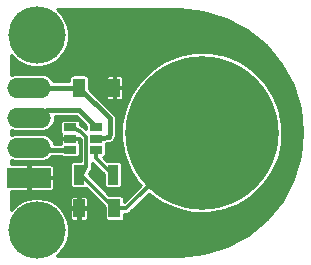
<source format=gbr>
G04 #@! TF.FileFunction,Copper,L1,Top,Signal*
%FSLAX46Y46*%
G04 Gerber Fmt 4.6, Leading zero omitted, Abs format (unit mm)*
G04 Created by KiCad (PCBNEW 4.0.2+dfsg1-stable) date ons 15 feb 2017 12:04:56 CET*
%MOMM*%
G01*
G04 APERTURE LIST*
%ADD10C,0.150000*%
%ADD11C,4.850000*%
%ADD12R,1.000000X1.600000*%
%ADD13R,0.900000X1.700000*%
%ADD14R,1.060000X0.650000*%
%ADD15R,3.700000X1.727200*%
%ADD16O,3.700000X1.727200*%
%ADD17C,13.000000*%
%ADD18C,0.350000*%
%ADD19C,0.400000*%
%ADD20C,0.270000*%
G04 APERTURE END LIST*
D10*
D11*
X2540000Y19050000D03*
D12*
X9120000Y4381500D03*
X6120000Y4381500D03*
X6120000Y14605000D03*
X9120000Y14605000D03*
D13*
X6106500Y7239000D03*
X9006500Y7239000D03*
D14*
X5377000Y11237000D03*
X5377000Y10287000D03*
X5377000Y9337000D03*
X7577000Y9337000D03*
X7577000Y11237000D03*
X7577000Y10287000D03*
D15*
X1905000Y6985000D03*
D16*
X1905000Y9525000D03*
X1905000Y12065000D03*
X1905000Y14605000D03*
D11*
X2540000Y2540000D03*
D17*
X16510000Y10795000D03*
D18*
X9120000Y4381500D02*
X10096500Y4381500D01*
X10096500Y4381500D02*
X16510000Y10795000D01*
X6106500Y7239000D02*
X6262500Y7239000D01*
X6262500Y7239000D02*
X9120000Y4381500D01*
X5377000Y11237000D02*
X6223000Y10922000D01*
X6748780Y7893502D02*
X6183500Y6921500D01*
X6731000Y10414000D02*
X6748780Y7893502D01*
X6223000Y10922000D02*
X6731000Y10414000D01*
D19*
X7577000Y10287000D02*
X8636000Y10414000D01*
X8737600Y11987400D02*
X6120000Y14605000D01*
X8763000Y10795000D02*
X8737600Y11987400D01*
X8636000Y10414000D02*
X8763000Y10795000D01*
X6120000Y14605000D02*
X1905000Y14605000D01*
X2921000Y9334500D02*
X5377000Y9337000D01*
X6096000Y12700000D02*
X3429000Y12700000D01*
X3429000Y12700000D02*
X1905000Y12065000D01*
X7577000Y11237000D02*
X6096000Y12700000D01*
D18*
X7577000Y9337000D02*
X7577000Y8605000D01*
X7577000Y8605000D02*
X9006500Y7239000D01*
D20*
G36*
X16630522Y21024646D02*
X18578899Y20436395D01*
X20375904Y19480912D01*
X21953101Y18194581D01*
X23250410Y16626404D01*
X24218419Y14836109D01*
X24820256Y12891887D01*
X25034804Y10850596D01*
X25034937Y10812214D01*
X24834646Y8769478D01*
X24246395Y6821101D01*
X23290910Y5024093D01*
X22004579Y3446897D01*
X20436404Y2149590D01*
X18646110Y1181581D01*
X16701887Y579744D01*
X14660606Y365196D01*
X14604299Y365000D01*
X4226561Y365000D01*
X4235075Y370403D01*
X4624203Y740964D01*
X4933944Y1180051D01*
X5152500Y1670937D01*
X5271548Y2194925D01*
X5280118Y2808671D01*
X5175748Y3335779D01*
X4970983Y3832576D01*
X4692485Y4251750D01*
X5377000Y4251750D01*
X5377000Y3557566D01*
X5386339Y3510619D01*
X5404656Y3466396D01*
X5431250Y3426596D01*
X5465097Y3392749D01*
X5504897Y3366156D01*
X5549120Y3347838D01*
X5596067Y3338500D01*
X5990250Y3338500D01*
X6051000Y3399250D01*
X6051000Y4312500D01*
X6189000Y4312500D01*
X6189000Y3399250D01*
X6249750Y3338500D01*
X6643933Y3338500D01*
X6690880Y3347838D01*
X6735103Y3366156D01*
X6774903Y3392749D01*
X6808750Y3426596D01*
X6835344Y3466396D01*
X6853661Y3510619D01*
X6863000Y3557566D01*
X6863000Y4251750D01*
X6802250Y4312500D01*
X6189000Y4312500D01*
X6051000Y4312500D01*
X5437750Y4312500D01*
X5377000Y4251750D01*
X4692485Y4251750D01*
X4673622Y4280140D01*
X4294993Y4661422D01*
X3849516Y4961899D01*
X3354161Y5170128D01*
X3182163Y5205434D01*
X5377000Y5205434D01*
X5377000Y4511250D01*
X5437750Y4450500D01*
X6051000Y4450500D01*
X6051000Y5363750D01*
X6189000Y5363750D01*
X6189000Y4450500D01*
X6802250Y4450500D01*
X6863000Y4511250D01*
X6863000Y5205434D01*
X6853661Y5252381D01*
X6835344Y5296604D01*
X6808750Y5336404D01*
X6774903Y5370251D01*
X6735103Y5396844D01*
X6690880Y5415162D01*
X6643933Y5424500D01*
X6249750Y5424500D01*
X6189000Y5363750D01*
X6051000Y5363750D01*
X5990250Y5424500D01*
X5596067Y5424500D01*
X5549120Y5415162D01*
X5504897Y5396844D01*
X5465097Y5370251D01*
X5431250Y5336404D01*
X5404656Y5296604D01*
X5386339Y5252381D01*
X5377000Y5205434D01*
X3182163Y5205434D01*
X2827794Y5278175D01*
X2290465Y5281927D01*
X1762641Y5181239D01*
X1264426Y4979947D01*
X814798Y4685718D01*
X430882Y4309760D01*
X365000Y4213542D01*
X365000Y5878400D01*
X1775250Y5878400D01*
X1836000Y5939150D01*
X1836000Y6916000D01*
X1974000Y6916000D01*
X1974000Y5939150D01*
X2034750Y5878400D01*
X3778933Y5878400D01*
X3825880Y5887738D01*
X3870103Y5906056D01*
X3909903Y5932649D01*
X3943750Y5966496D01*
X3970344Y6006296D01*
X3988661Y6050519D01*
X3998000Y6097466D01*
X3998000Y6855250D01*
X3937250Y6916000D01*
X1974000Y6916000D01*
X1836000Y6916000D01*
X1816000Y6916000D01*
X1816000Y7054000D01*
X1836000Y7054000D01*
X1836000Y8030850D01*
X1974000Y8030850D01*
X1974000Y7054000D01*
X3937250Y7054000D01*
X3998000Y7114750D01*
X3998000Y7872534D01*
X3988661Y7919481D01*
X3970344Y7963704D01*
X3943750Y8003504D01*
X3909903Y8037351D01*
X3870103Y8063944D01*
X3825880Y8082262D01*
X3778933Y8091600D01*
X2034750Y8091600D01*
X1974000Y8030850D01*
X1836000Y8030850D01*
X1775250Y8091600D01*
X365000Y8091600D01*
X365000Y8485041D01*
X443824Y8441707D01*
X663079Y8372155D01*
X891668Y8346515D01*
X908124Y8346400D01*
X2901876Y8346400D01*
X3130801Y8368846D01*
X3351006Y8435330D01*
X3554103Y8543319D01*
X3732358Y8688700D01*
X3841340Y8820436D01*
X4597429Y8821206D01*
X4609832Y8802384D01*
X4677619Y8744610D01*
X4758819Y8708007D01*
X4847000Y8695476D01*
X5907000Y8695476D01*
X5957163Y8699476D01*
X6042244Y8725824D01*
X6116616Y8774832D01*
X6174390Y8842619D01*
X6210993Y8923819D01*
X6223524Y9012000D01*
X6223524Y9662000D01*
X6219524Y9712163D01*
X6193176Y9797244D01*
X6144168Y9871616D01*
X6135606Y9878914D01*
X6140661Y9891119D01*
X6150000Y9938066D01*
X6150000Y10157250D01*
X6089250Y10218000D01*
X5446000Y10218000D01*
X5446000Y10198000D01*
X5308000Y10198000D01*
X5308000Y10218000D01*
X4664750Y10218000D01*
X4604000Y10157250D01*
X4604000Y9938066D01*
X4613339Y9891119D01*
X4618959Y9877550D01*
X4596507Y9851206D01*
X4028761Y9850628D01*
X3994655Y9966511D01*
X3888086Y10170358D01*
X3743954Y10349623D01*
X3567746Y10497479D01*
X3366176Y10608293D01*
X3146921Y10677845D01*
X2918332Y10703485D01*
X2901876Y10703600D01*
X908124Y10703600D01*
X679199Y10681154D01*
X458994Y10614670D01*
X365000Y10564692D01*
X365000Y11025041D01*
X443824Y10981707D01*
X663079Y10912155D01*
X891668Y10886515D01*
X908124Y10886400D01*
X2901876Y10886400D01*
X3130801Y10908846D01*
X3351006Y10975330D01*
X3554103Y11083319D01*
X3732358Y11228700D01*
X3878980Y11405935D01*
X3988384Y11608274D01*
X4056403Y11828010D01*
X4080447Y12056772D01*
X4068778Y12185000D01*
X5884522Y12185000D01*
X6730476Y11349328D01*
X6730476Y11107488D01*
X6569482Y11268482D01*
X6564915Y11272234D01*
X6561052Y11276712D01*
X6527996Y11302559D01*
X6495585Y11329182D01*
X6490376Y11331975D01*
X6485717Y11335618D01*
X6448284Y11354545D01*
X6411305Y11374373D01*
X6405647Y11376103D01*
X6400374Y11378769D01*
X6393979Y11381202D01*
X6223524Y11444669D01*
X6223524Y11562000D01*
X6219524Y11612163D01*
X6193176Y11697244D01*
X6144168Y11771616D01*
X6076381Y11829390D01*
X5995181Y11865993D01*
X5907000Y11878524D01*
X4847000Y11878524D01*
X4796837Y11874524D01*
X4711756Y11848176D01*
X4637384Y11799168D01*
X4579610Y11731381D01*
X4543007Y11650181D01*
X4530476Y11562000D01*
X4530476Y10912000D01*
X4534476Y10861837D01*
X4560824Y10776756D01*
X4609832Y10702384D01*
X4618394Y10695086D01*
X4613339Y10682881D01*
X4604000Y10635934D01*
X4604000Y10416750D01*
X4664750Y10356000D01*
X5308000Y10356000D01*
X5308000Y10376000D01*
X5446000Y10376000D01*
X5446000Y10356000D01*
X6089250Y10356000D01*
X6092643Y10359393D01*
X6242429Y10209606D01*
X6255156Y8405524D01*
X5656500Y8405524D01*
X5606337Y8401524D01*
X5521256Y8375176D01*
X5446884Y8326168D01*
X5389110Y8258381D01*
X5352507Y8177181D01*
X5339976Y8089000D01*
X5339976Y6389000D01*
X5343976Y6338837D01*
X5370324Y6253756D01*
X5419332Y6179384D01*
X5487119Y6121610D01*
X5568319Y6085007D01*
X5656500Y6072476D01*
X6556500Y6072476D01*
X6606663Y6076476D01*
X6691744Y6102824D01*
X6700164Y6108372D01*
X8303476Y4505059D01*
X8303476Y3581500D01*
X8307476Y3531337D01*
X8333824Y3446256D01*
X8382832Y3371884D01*
X8450619Y3314110D01*
X8531819Y3277507D01*
X8620000Y3264976D01*
X9620000Y3264976D01*
X9670163Y3268976D01*
X9755244Y3295324D01*
X9829616Y3344332D01*
X9887390Y3412119D01*
X9923993Y3493319D01*
X9936524Y3581500D01*
X9936524Y3891500D01*
X10096500Y3891500D01*
X10141518Y3895914D01*
X10186636Y3899861D01*
X10189114Y3900581D01*
X10191675Y3900832D01*
X10234998Y3913912D01*
X10278470Y3926542D01*
X10280756Y3927727D01*
X10283224Y3928472D01*
X10323177Y3949715D01*
X10363373Y3970551D01*
X10365389Y3972161D01*
X10367662Y3973369D01*
X10402738Y4001976D01*
X10438111Y4030214D01*
X10441691Y4033745D01*
X10441771Y4033810D01*
X10441832Y4033884D01*
X10442982Y4035018D01*
X12030561Y5622597D01*
X12071691Y5580005D01*
X13169149Y4817251D01*
X14393859Y4282189D01*
X15699173Y3995197D01*
X17035370Y3967208D01*
X18351556Y4199287D01*
X19597598Y4682595D01*
X20726034Y5398722D01*
X21693883Y6320392D01*
X22464280Y7412498D01*
X23007879Y8633443D01*
X23303977Y9936721D01*
X23325292Y11463245D01*
X23065700Y12774283D01*
X22556403Y14009930D01*
X21816800Y15123121D01*
X20875064Y16071455D01*
X19767063Y16818811D01*
X18535001Y17336722D01*
X17225808Y17605461D01*
X15889350Y17614791D01*
X14576533Y17364358D01*
X13337360Y16863700D01*
X12219033Y16131887D01*
X11264147Y15196793D01*
X10509074Y14094037D01*
X9982574Y12865621D01*
X9704702Y11558336D01*
X9686042Y10221976D01*
X9927304Y8907442D01*
X10419299Y7664805D01*
X11143287Y6541396D01*
X11349692Y6327657D01*
X9936524Y4914488D01*
X9936524Y5181500D01*
X9932524Y5231663D01*
X9906176Y5316744D01*
X9857168Y5391116D01*
X9789381Y5448890D01*
X9708181Y5485493D01*
X9620000Y5498024D01*
X8696441Y5498024D01*
X6942515Y7251949D01*
X7172358Y7647165D01*
X7185492Y7675878D01*
X7200506Y7703651D01*
X7205338Y7719264D01*
X7212138Y7734130D01*
X7219446Y7764849D01*
X7228779Y7795008D01*
X7230486Y7811261D01*
X7234269Y7827164D01*
X7235470Y7858718D01*
X7238768Y7890117D01*
X7238768Y7896958D01*
X7236257Y8252889D01*
X7238475Y8250739D01*
X8239976Y7293726D01*
X8239976Y6389000D01*
X8243976Y6338837D01*
X8270324Y6253756D01*
X8319332Y6179384D01*
X8387119Y6121610D01*
X8468319Y6085007D01*
X8556500Y6072476D01*
X9456500Y6072476D01*
X9506663Y6076476D01*
X9591744Y6102824D01*
X9666116Y6151832D01*
X9723890Y6219619D01*
X9760493Y6300819D01*
X9773024Y6389000D01*
X9773024Y8089000D01*
X9769024Y8139163D01*
X9742676Y8224244D01*
X9693668Y8298616D01*
X9625881Y8356390D01*
X9544681Y8392993D01*
X9456500Y8405524D01*
X8556500Y8405524D01*
X8506337Y8401524D01*
X8500939Y8399852D01*
X8179989Y8706545D01*
X8242244Y8725824D01*
X8316616Y8774832D01*
X8374390Y8842619D01*
X8410993Y8923819D01*
X8423524Y9012000D01*
X8423524Y9662000D01*
X8419524Y9712163D01*
X8393176Y9797244D01*
X8383259Y9812294D01*
X8408375Y9868012D01*
X8697322Y9902664D01*
X8732083Y9910331D01*
X8767251Y9916005D01*
X8781079Y9921138D01*
X8795473Y9924313D01*
X8828096Y9938592D01*
X8861479Y9950984D01*
X8874039Y9958701D01*
X8887550Y9964614D01*
X8916779Y9984958D01*
X8947118Y10003597D01*
X8957945Y10013610D01*
X8970046Y10022033D01*
X8994761Y10047660D01*
X9020908Y10071843D01*
X9029584Y10083769D01*
X9039817Y10094380D01*
X9059083Y10124319D01*
X9080035Y10153121D01*
X9086230Y10166506D01*
X9094207Y10178903D01*
X9107295Y10212024D01*
X9122250Y10244337D01*
X9124572Y10251143D01*
X9251572Y10632142D01*
X9259214Y10665685D01*
X9268912Y10698678D01*
X9270353Y10714573D01*
X9273900Y10730142D01*
X9274881Y10764528D01*
X9277986Y10798778D01*
X9277883Y10805968D01*
X9252483Y11998368D01*
X9247480Y12040201D01*
X9243811Y12082135D01*
X9241522Y12090013D01*
X9240547Y12098167D01*
X9227515Y12138227D01*
X9215770Y12178655D01*
X9211994Y12185940D01*
X9209454Y12193747D01*
X9188892Y12230507D01*
X9169515Y12267889D01*
X9164395Y12274303D01*
X9160387Y12281468D01*
X9133077Y12313534D01*
X9106809Y12346440D01*
X9101760Y12351560D01*
X6978070Y14475250D01*
X8377000Y14475250D01*
X8377000Y13781066D01*
X8386339Y13734119D01*
X8404656Y13689896D01*
X8431250Y13650096D01*
X8465097Y13616249D01*
X8504897Y13589656D01*
X8549120Y13571338D01*
X8596067Y13562000D01*
X8990250Y13562000D01*
X9051000Y13622750D01*
X9051000Y14536000D01*
X9189000Y14536000D01*
X9189000Y13622750D01*
X9249750Y13562000D01*
X9643933Y13562000D01*
X9690880Y13571338D01*
X9735103Y13589656D01*
X9774903Y13616249D01*
X9808750Y13650096D01*
X9835344Y13689896D01*
X9853661Y13734119D01*
X9863000Y13781066D01*
X9863000Y14475250D01*
X9802250Y14536000D01*
X9189000Y14536000D01*
X9051000Y14536000D01*
X8437750Y14536000D01*
X8377000Y14475250D01*
X6978070Y14475250D01*
X6936524Y14516796D01*
X6936524Y15405000D01*
X6934616Y15428934D01*
X8377000Y15428934D01*
X8377000Y14734750D01*
X8437750Y14674000D01*
X9051000Y14674000D01*
X9051000Y15587250D01*
X9189000Y15587250D01*
X9189000Y14674000D01*
X9802250Y14674000D01*
X9863000Y14734750D01*
X9863000Y15428934D01*
X9853661Y15475881D01*
X9835344Y15520104D01*
X9808750Y15559904D01*
X9774903Y15593751D01*
X9735103Y15620344D01*
X9690880Y15638662D01*
X9643933Y15648000D01*
X9249750Y15648000D01*
X9189000Y15587250D01*
X9051000Y15587250D01*
X8990250Y15648000D01*
X8596067Y15648000D01*
X8549120Y15638662D01*
X8504897Y15620344D01*
X8465097Y15593751D01*
X8431250Y15559904D01*
X8404656Y15520104D01*
X8386339Y15475881D01*
X8377000Y15428934D01*
X6934616Y15428934D01*
X6932524Y15455163D01*
X6906176Y15540244D01*
X6857168Y15614616D01*
X6789381Y15672390D01*
X6708181Y15708993D01*
X6620000Y15721524D01*
X5620000Y15721524D01*
X5569837Y15717524D01*
X5484756Y15691176D01*
X5410384Y15642168D01*
X5352610Y15574381D01*
X5316007Y15493181D01*
X5303476Y15405000D01*
X5303476Y15120000D01*
X3956236Y15120000D01*
X3888086Y15250358D01*
X3743954Y15429623D01*
X3567746Y15577479D01*
X3366176Y15688293D01*
X3146921Y15757845D01*
X2918332Y15783485D01*
X2901876Y15783600D01*
X908124Y15783600D01*
X679199Y15761154D01*
X458994Y15694670D01*
X365000Y15644692D01*
X365000Y17366649D01*
X382290Y17339820D01*
X755559Y16953289D01*
X1196796Y16646620D01*
X1689196Y16431496D01*
X2214003Y16316110D01*
X2751227Y16304857D01*
X3280406Y16398165D01*
X3781382Y16592481D01*
X4235075Y16880403D01*
X4624203Y17250964D01*
X4933944Y17690051D01*
X5152500Y18180937D01*
X5271548Y18704925D01*
X5280118Y19318671D01*
X5175748Y19845779D01*
X4970983Y20342576D01*
X4673622Y20790140D01*
X4294993Y21171422D01*
X4215560Y21225000D01*
X14587148Y21225000D01*
X16630522Y21024646D01*
X16630522Y21024646D01*
G37*
X16630522Y21024646D02*
X18578899Y20436395D01*
X20375904Y19480912D01*
X21953101Y18194581D01*
X23250410Y16626404D01*
X24218419Y14836109D01*
X24820256Y12891887D01*
X25034804Y10850596D01*
X25034937Y10812214D01*
X24834646Y8769478D01*
X24246395Y6821101D01*
X23290910Y5024093D01*
X22004579Y3446897D01*
X20436404Y2149590D01*
X18646110Y1181581D01*
X16701887Y579744D01*
X14660606Y365196D01*
X14604299Y365000D01*
X4226561Y365000D01*
X4235075Y370403D01*
X4624203Y740964D01*
X4933944Y1180051D01*
X5152500Y1670937D01*
X5271548Y2194925D01*
X5280118Y2808671D01*
X5175748Y3335779D01*
X4970983Y3832576D01*
X4692485Y4251750D01*
X5377000Y4251750D01*
X5377000Y3557566D01*
X5386339Y3510619D01*
X5404656Y3466396D01*
X5431250Y3426596D01*
X5465097Y3392749D01*
X5504897Y3366156D01*
X5549120Y3347838D01*
X5596067Y3338500D01*
X5990250Y3338500D01*
X6051000Y3399250D01*
X6051000Y4312500D01*
X6189000Y4312500D01*
X6189000Y3399250D01*
X6249750Y3338500D01*
X6643933Y3338500D01*
X6690880Y3347838D01*
X6735103Y3366156D01*
X6774903Y3392749D01*
X6808750Y3426596D01*
X6835344Y3466396D01*
X6853661Y3510619D01*
X6863000Y3557566D01*
X6863000Y4251750D01*
X6802250Y4312500D01*
X6189000Y4312500D01*
X6051000Y4312500D01*
X5437750Y4312500D01*
X5377000Y4251750D01*
X4692485Y4251750D01*
X4673622Y4280140D01*
X4294993Y4661422D01*
X3849516Y4961899D01*
X3354161Y5170128D01*
X3182163Y5205434D01*
X5377000Y5205434D01*
X5377000Y4511250D01*
X5437750Y4450500D01*
X6051000Y4450500D01*
X6051000Y5363750D01*
X6189000Y5363750D01*
X6189000Y4450500D01*
X6802250Y4450500D01*
X6863000Y4511250D01*
X6863000Y5205434D01*
X6853661Y5252381D01*
X6835344Y5296604D01*
X6808750Y5336404D01*
X6774903Y5370251D01*
X6735103Y5396844D01*
X6690880Y5415162D01*
X6643933Y5424500D01*
X6249750Y5424500D01*
X6189000Y5363750D01*
X6051000Y5363750D01*
X5990250Y5424500D01*
X5596067Y5424500D01*
X5549120Y5415162D01*
X5504897Y5396844D01*
X5465097Y5370251D01*
X5431250Y5336404D01*
X5404656Y5296604D01*
X5386339Y5252381D01*
X5377000Y5205434D01*
X3182163Y5205434D01*
X2827794Y5278175D01*
X2290465Y5281927D01*
X1762641Y5181239D01*
X1264426Y4979947D01*
X814798Y4685718D01*
X430882Y4309760D01*
X365000Y4213542D01*
X365000Y5878400D01*
X1775250Y5878400D01*
X1836000Y5939150D01*
X1836000Y6916000D01*
X1974000Y6916000D01*
X1974000Y5939150D01*
X2034750Y5878400D01*
X3778933Y5878400D01*
X3825880Y5887738D01*
X3870103Y5906056D01*
X3909903Y5932649D01*
X3943750Y5966496D01*
X3970344Y6006296D01*
X3988661Y6050519D01*
X3998000Y6097466D01*
X3998000Y6855250D01*
X3937250Y6916000D01*
X1974000Y6916000D01*
X1836000Y6916000D01*
X1816000Y6916000D01*
X1816000Y7054000D01*
X1836000Y7054000D01*
X1836000Y8030850D01*
X1974000Y8030850D01*
X1974000Y7054000D01*
X3937250Y7054000D01*
X3998000Y7114750D01*
X3998000Y7872534D01*
X3988661Y7919481D01*
X3970344Y7963704D01*
X3943750Y8003504D01*
X3909903Y8037351D01*
X3870103Y8063944D01*
X3825880Y8082262D01*
X3778933Y8091600D01*
X2034750Y8091600D01*
X1974000Y8030850D01*
X1836000Y8030850D01*
X1775250Y8091600D01*
X365000Y8091600D01*
X365000Y8485041D01*
X443824Y8441707D01*
X663079Y8372155D01*
X891668Y8346515D01*
X908124Y8346400D01*
X2901876Y8346400D01*
X3130801Y8368846D01*
X3351006Y8435330D01*
X3554103Y8543319D01*
X3732358Y8688700D01*
X3841340Y8820436D01*
X4597429Y8821206D01*
X4609832Y8802384D01*
X4677619Y8744610D01*
X4758819Y8708007D01*
X4847000Y8695476D01*
X5907000Y8695476D01*
X5957163Y8699476D01*
X6042244Y8725824D01*
X6116616Y8774832D01*
X6174390Y8842619D01*
X6210993Y8923819D01*
X6223524Y9012000D01*
X6223524Y9662000D01*
X6219524Y9712163D01*
X6193176Y9797244D01*
X6144168Y9871616D01*
X6135606Y9878914D01*
X6140661Y9891119D01*
X6150000Y9938066D01*
X6150000Y10157250D01*
X6089250Y10218000D01*
X5446000Y10218000D01*
X5446000Y10198000D01*
X5308000Y10198000D01*
X5308000Y10218000D01*
X4664750Y10218000D01*
X4604000Y10157250D01*
X4604000Y9938066D01*
X4613339Y9891119D01*
X4618959Y9877550D01*
X4596507Y9851206D01*
X4028761Y9850628D01*
X3994655Y9966511D01*
X3888086Y10170358D01*
X3743954Y10349623D01*
X3567746Y10497479D01*
X3366176Y10608293D01*
X3146921Y10677845D01*
X2918332Y10703485D01*
X2901876Y10703600D01*
X908124Y10703600D01*
X679199Y10681154D01*
X458994Y10614670D01*
X365000Y10564692D01*
X365000Y11025041D01*
X443824Y10981707D01*
X663079Y10912155D01*
X891668Y10886515D01*
X908124Y10886400D01*
X2901876Y10886400D01*
X3130801Y10908846D01*
X3351006Y10975330D01*
X3554103Y11083319D01*
X3732358Y11228700D01*
X3878980Y11405935D01*
X3988384Y11608274D01*
X4056403Y11828010D01*
X4080447Y12056772D01*
X4068778Y12185000D01*
X5884522Y12185000D01*
X6730476Y11349328D01*
X6730476Y11107488D01*
X6569482Y11268482D01*
X6564915Y11272234D01*
X6561052Y11276712D01*
X6527996Y11302559D01*
X6495585Y11329182D01*
X6490376Y11331975D01*
X6485717Y11335618D01*
X6448284Y11354545D01*
X6411305Y11374373D01*
X6405647Y11376103D01*
X6400374Y11378769D01*
X6393979Y11381202D01*
X6223524Y11444669D01*
X6223524Y11562000D01*
X6219524Y11612163D01*
X6193176Y11697244D01*
X6144168Y11771616D01*
X6076381Y11829390D01*
X5995181Y11865993D01*
X5907000Y11878524D01*
X4847000Y11878524D01*
X4796837Y11874524D01*
X4711756Y11848176D01*
X4637384Y11799168D01*
X4579610Y11731381D01*
X4543007Y11650181D01*
X4530476Y11562000D01*
X4530476Y10912000D01*
X4534476Y10861837D01*
X4560824Y10776756D01*
X4609832Y10702384D01*
X4618394Y10695086D01*
X4613339Y10682881D01*
X4604000Y10635934D01*
X4604000Y10416750D01*
X4664750Y10356000D01*
X5308000Y10356000D01*
X5308000Y10376000D01*
X5446000Y10376000D01*
X5446000Y10356000D01*
X6089250Y10356000D01*
X6092643Y10359393D01*
X6242429Y10209606D01*
X6255156Y8405524D01*
X5656500Y8405524D01*
X5606337Y8401524D01*
X5521256Y8375176D01*
X5446884Y8326168D01*
X5389110Y8258381D01*
X5352507Y8177181D01*
X5339976Y8089000D01*
X5339976Y6389000D01*
X5343976Y6338837D01*
X5370324Y6253756D01*
X5419332Y6179384D01*
X5487119Y6121610D01*
X5568319Y6085007D01*
X5656500Y6072476D01*
X6556500Y6072476D01*
X6606663Y6076476D01*
X6691744Y6102824D01*
X6700164Y6108372D01*
X8303476Y4505059D01*
X8303476Y3581500D01*
X8307476Y3531337D01*
X8333824Y3446256D01*
X8382832Y3371884D01*
X8450619Y3314110D01*
X8531819Y3277507D01*
X8620000Y3264976D01*
X9620000Y3264976D01*
X9670163Y3268976D01*
X9755244Y3295324D01*
X9829616Y3344332D01*
X9887390Y3412119D01*
X9923993Y3493319D01*
X9936524Y3581500D01*
X9936524Y3891500D01*
X10096500Y3891500D01*
X10141518Y3895914D01*
X10186636Y3899861D01*
X10189114Y3900581D01*
X10191675Y3900832D01*
X10234998Y3913912D01*
X10278470Y3926542D01*
X10280756Y3927727D01*
X10283224Y3928472D01*
X10323177Y3949715D01*
X10363373Y3970551D01*
X10365389Y3972161D01*
X10367662Y3973369D01*
X10402738Y4001976D01*
X10438111Y4030214D01*
X10441691Y4033745D01*
X10441771Y4033810D01*
X10441832Y4033884D01*
X10442982Y4035018D01*
X12030561Y5622597D01*
X12071691Y5580005D01*
X13169149Y4817251D01*
X14393859Y4282189D01*
X15699173Y3995197D01*
X17035370Y3967208D01*
X18351556Y4199287D01*
X19597598Y4682595D01*
X20726034Y5398722D01*
X21693883Y6320392D01*
X22464280Y7412498D01*
X23007879Y8633443D01*
X23303977Y9936721D01*
X23325292Y11463245D01*
X23065700Y12774283D01*
X22556403Y14009930D01*
X21816800Y15123121D01*
X20875064Y16071455D01*
X19767063Y16818811D01*
X18535001Y17336722D01*
X17225808Y17605461D01*
X15889350Y17614791D01*
X14576533Y17364358D01*
X13337360Y16863700D01*
X12219033Y16131887D01*
X11264147Y15196793D01*
X10509074Y14094037D01*
X9982574Y12865621D01*
X9704702Y11558336D01*
X9686042Y10221976D01*
X9927304Y8907442D01*
X10419299Y7664805D01*
X11143287Y6541396D01*
X11349692Y6327657D01*
X9936524Y4914488D01*
X9936524Y5181500D01*
X9932524Y5231663D01*
X9906176Y5316744D01*
X9857168Y5391116D01*
X9789381Y5448890D01*
X9708181Y5485493D01*
X9620000Y5498024D01*
X8696441Y5498024D01*
X6942515Y7251949D01*
X7172358Y7647165D01*
X7185492Y7675878D01*
X7200506Y7703651D01*
X7205338Y7719264D01*
X7212138Y7734130D01*
X7219446Y7764849D01*
X7228779Y7795008D01*
X7230486Y7811261D01*
X7234269Y7827164D01*
X7235470Y7858718D01*
X7238768Y7890117D01*
X7238768Y7896958D01*
X7236257Y8252889D01*
X7238475Y8250739D01*
X8239976Y7293726D01*
X8239976Y6389000D01*
X8243976Y6338837D01*
X8270324Y6253756D01*
X8319332Y6179384D01*
X8387119Y6121610D01*
X8468319Y6085007D01*
X8556500Y6072476D01*
X9456500Y6072476D01*
X9506663Y6076476D01*
X9591744Y6102824D01*
X9666116Y6151832D01*
X9723890Y6219619D01*
X9760493Y6300819D01*
X9773024Y6389000D01*
X9773024Y8089000D01*
X9769024Y8139163D01*
X9742676Y8224244D01*
X9693668Y8298616D01*
X9625881Y8356390D01*
X9544681Y8392993D01*
X9456500Y8405524D01*
X8556500Y8405524D01*
X8506337Y8401524D01*
X8500939Y8399852D01*
X8179989Y8706545D01*
X8242244Y8725824D01*
X8316616Y8774832D01*
X8374390Y8842619D01*
X8410993Y8923819D01*
X8423524Y9012000D01*
X8423524Y9662000D01*
X8419524Y9712163D01*
X8393176Y9797244D01*
X8383259Y9812294D01*
X8408375Y9868012D01*
X8697322Y9902664D01*
X8732083Y9910331D01*
X8767251Y9916005D01*
X8781079Y9921138D01*
X8795473Y9924313D01*
X8828096Y9938592D01*
X8861479Y9950984D01*
X8874039Y9958701D01*
X8887550Y9964614D01*
X8916779Y9984958D01*
X8947118Y10003597D01*
X8957945Y10013610D01*
X8970046Y10022033D01*
X8994761Y10047660D01*
X9020908Y10071843D01*
X9029584Y10083769D01*
X9039817Y10094380D01*
X9059083Y10124319D01*
X9080035Y10153121D01*
X9086230Y10166506D01*
X9094207Y10178903D01*
X9107295Y10212024D01*
X9122250Y10244337D01*
X9124572Y10251143D01*
X9251572Y10632142D01*
X9259214Y10665685D01*
X9268912Y10698678D01*
X9270353Y10714573D01*
X9273900Y10730142D01*
X9274881Y10764528D01*
X9277986Y10798778D01*
X9277883Y10805968D01*
X9252483Y11998368D01*
X9247480Y12040201D01*
X9243811Y12082135D01*
X9241522Y12090013D01*
X9240547Y12098167D01*
X9227515Y12138227D01*
X9215770Y12178655D01*
X9211994Y12185940D01*
X9209454Y12193747D01*
X9188892Y12230507D01*
X9169515Y12267889D01*
X9164395Y12274303D01*
X9160387Y12281468D01*
X9133077Y12313534D01*
X9106809Y12346440D01*
X9101760Y12351560D01*
X6978070Y14475250D01*
X8377000Y14475250D01*
X8377000Y13781066D01*
X8386339Y13734119D01*
X8404656Y13689896D01*
X8431250Y13650096D01*
X8465097Y13616249D01*
X8504897Y13589656D01*
X8549120Y13571338D01*
X8596067Y13562000D01*
X8990250Y13562000D01*
X9051000Y13622750D01*
X9051000Y14536000D01*
X9189000Y14536000D01*
X9189000Y13622750D01*
X9249750Y13562000D01*
X9643933Y13562000D01*
X9690880Y13571338D01*
X9735103Y13589656D01*
X9774903Y13616249D01*
X9808750Y13650096D01*
X9835344Y13689896D01*
X9853661Y13734119D01*
X9863000Y13781066D01*
X9863000Y14475250D01*
X9802250Y14536000D01*
X9189000Y14536000D01*
X9051000Y14536000D01*
X8437750Y14536000D01*
X8377000Y14475250D01*
X6978070Y14475250D01*
X6936524Y14516796D01*
X6936524Y15405000D01*
X6934616Y15428934D01*
X8377000Y15428934D01*
X8377000Y14734750D01*
X8437750Y14674000D01*
X9051000Y14674000D01*
X9051000Y15587250D01*
X9189000Y15587250D01*
X9189000Y14674000D01*
X9802250Y14674000D01*
X9863000Y14734750D01*
X9863000Y15428934D01*
X9853661Y15475881D01*
X9835344Y15520104D01*
X9808750Y15559904D01*
X9774903Y15593751D01*
X9735103Y15620344D01*
X9690880Y15638662D01*
X9643933Y15648000D01*
X9249750Y15648000D01*
X9189000Y15587250D01*
X9051000Y15587250D01*
X8990250Y15648000D01*
X8596067Y15648000D01*
X8549120Y15638662D01*
X8504897Y15620344D01*
X8465097Y15593751D01*
X8431250Y15559904D01*
X8404656Y15520104D01*
X8386339Y15475881D01*
X8377000Y15428934D01*
X6934616Y15428934D01*
X6932524Y15455163D01*
X6906176Y15540244D01*
X6857168Y15614616D01*
X6789381Y15672390D01*
X6708181Y15708993D01*
X6620000Y15721524D01*
X5620000Y15721524D01*
X5569837Y15717524D01*
X5484756Y15691176D01*
X5410384Y15642168D01*
X5352610Y15574381D01*
X5316007Y15493181D01*
X5303476Y15405000D01*
X5303476Y15120000D01*
X3956236Y15120000D01*
X3888086Y15250358D01*
X3743954Y15429623D01*
X3567746Y15577479D01*
X3366176Y15688293D01*
X3146921Y15757845D01*
X2918332Y15783485D01*
X2901876Y15783600D01*
X908124Y15783600D01*
X679199Y15761154D01*
X458994Y15694670D01*
X365000Y15644692D01*
X365000Y17366649D01*
X382290Y17339820D01*
X755559Y16953289D01*
X1196796Y16646620D01*
X1689196Y16431496D01*
X2214003Y16316110D01*
X2751227Y16304857D01*
X3280406Y16398165D01*
X3781382Y16592481D01*
X4235075Y16880403D01*
X4624203Y17250964D01*
X4933944Y17690051D01*
X5152500Y18180937D01*
X5271548Y18704925D01*
X5280118Y19318671D01*
X5175748Y19845779D01*
X4970983Y20342576D01*
X4673622Y20790140D01*
X4294993Y21171422D01*
X4215560Y21225000D01*
X14587148Y21225000D01*
X16630522Y21024646D01*
M02*

</source>
